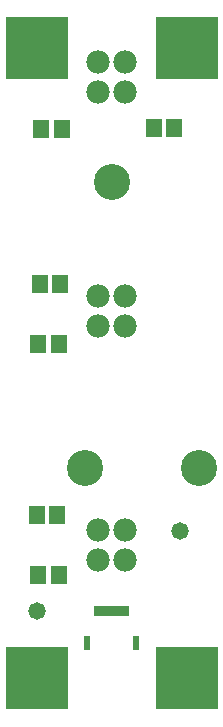
<source format=gts>
G04 Layer_Color=8388736*
%FSAX24Y24*%
%MOIN*%
G70*
G01*
G75*
%ADD20R,0.0533X0.0631*%
%ADD21C,0.1200*%
%ADD22R,0.0198X0.0356*%
%ADD23R,0.0198X0.0474*%
%ADD24R,0.2080X0.2080*%
%ADD25C,0.0780*%
%ADD26C,0.0580*%
D20*
X012294Y024650D02*
D03*
X011606D02*
D03*
X016094Y029850D02*
D03*
X015406D02*
D03*
X012194Y016950D02*
D03*
X011506D02*
D03*
X011656Y029800D02*
D03*
X012344D02*
D03*
X011556Y022650D02*
D03*
X012244D02*
D03*
X011556Y014950D02*
D03*
X012244D02*
D03*
D21*
X016900Y018500D02*
D03*
X014000Y028050D02*
D03*
X013100Y018500D02*
D03*
D22*
X014492Y013740D02*
D03*
X014295D02*
D03*
X014098D02*
D03*
X013902D02*
D03*
X013705D02*
D03*
X013508D02*
D03*
D23*
X014803Y012697D02*
D03*
X013197D02*
D03*
D24*
X011500Y032500D02*
D03*
X016500D02*
D03*
Y011500D02*
D03*
X011500D02*
D03*
D25*
X014435Y024237D02*
D03*
X013565D02*
D03*
X014435Y023237D02*
D03*
X013565D02*
D03*
Y015437D02*
D03*
X014435D02*
D03*
X013565Y016437D02*
D03*
X014435D02*
D03*
Y032037D02*
D03*
X013565D02*
D03*
X014435Y031037D02*
D03*
X013565D02*
D03*
D26*
X011500Y013750D02*
D03*
X016281Y016418D02*
D03*
M02*

</source>
